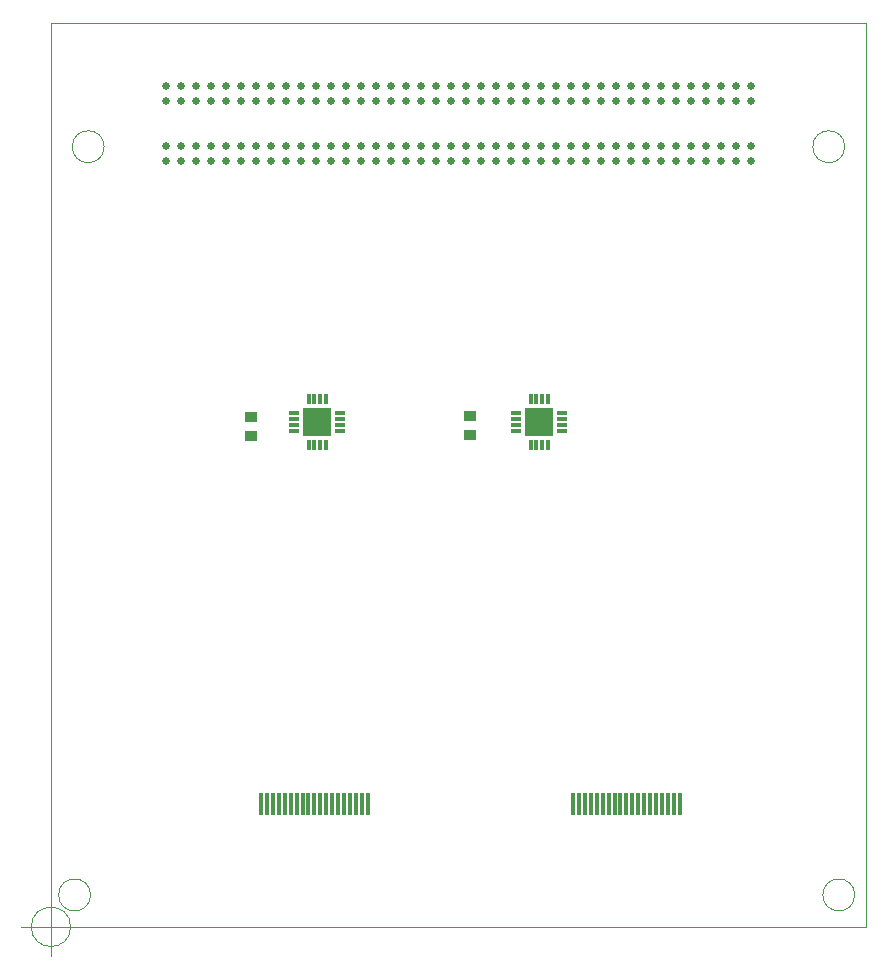
<source format=gbr>
G04 #@! TF.GenerationSoftware,KiCad,Pcbnew,(6.0.4-0)*
G04 #@! TF.CreationDate,2022-11-09T17:11:16+01:00*
G04 #@! TF.ProjectId,adapter_hybrid_assistor_hpc_2HDMI,61646170-7465-4725-9f68-79627269645f,rev?*
G04 #@! TF.SameCoordinates,Original*
G04 #@! TF.FileFunction,Paste,Top*
G04 #@! TF.FilePolarity,Positive*
%FSLAX46Y46*%
G04 Gerber Fmt 4.6, Leading zero omitted, Abs format (unit mm)*
G04 Created by KiCad (PCBNEW (6.0.4-0)) date 2022-11-09 17:11:16*
%MOMM*%
%LPD*%
G01*
G04 APERTURE LIST*
G04 #@! TA.AperFunction,Profile*
%ADD10C,0.100000*%
G04 #@! TD*
G04 #@! TA.AperFunction,Profile*
%ADD11C,0.050000*%
G04 #@! TD*
%ADD12R,1.000000X0.950000*%
%ADD13C,0.640000*%
%ADD14R,0.300000X1.900000*%
%ADD15R,0.300000X0.850000*%
%ADD16R,0.850000X0.300000*%
%ADD17R,2.400000X2.400000*%
G04 APERTURE END LIST*
D10*
X100000000Y-100000000D02*
X100000000Y-176500000D01*
X100000000Y-176500000D02*
X169000000Y-176500000D01*
X169000000Y-100000000D02*
X169000000Y-176500000D01*
X100000000Y-100000000D02*
X169000000Y-100000000D01*
D11*
X168050000Y-173800000D02*
G75*
G03*
X168050000Y-173800000I-1350000J0D01*
G01*
X103350000Y-173800000D02*
G75*
G03*
X103350000Y-173800000I-1350000J0D01*
G01*
X104500000Y-110450000D02*
G75*
G03*
X104500000Y-110450000I-1350000J0D01*
G01*
X167200000Y-110450000D02*
G75*
G03*
X167200000Y-110450000I-1350000J0D01*
G01*
X101666666Y-176500000D02*
G75*
G03*
X101666666Y-176500000I-1666666J0D01*
G01*
X97500000Y-176500000D02*
X102500000Y-176500000D01*
X100000000Y-174000000D02*
X100000000Y-179000000D01*
X101666666Y-176500000D02*
G75*
G03*
X101666666Y-176500000I-1666666J0D01*
G01*
X97500000Y-176500000D02*
X102500000Y-176500000D01*
X100000000Y-174000000D02*
X100000000Y-179000000D01*
X101666666Y-176500000D02*
G75*
G03*
X101666666Y-176500000I-1666666J0D01*
G01*
X97500000Y-176500000D02*
X102500000Y-176500000D01*
X100000000Y-174000000D02*
X100000000Y-179000000D01*
D12*
X116967000Y-134950000D03*
X116967000Y-133350000D03*
D13*
X159263000Y-105288000D03*
X157993000Y-105288000D03*
X156723000Y-105288000D03*
X155443000Y-105288000D03*
X154173000Y-105288000D03*
X152903000Y-105288000D03*
X151633000Y-105288000D03*
X150373000Y-105288000D03*
X149103000Y-105288000D03*
X147833000Y-105288000D03*
X146553000Y-105288000D03*
X145283000Y-105288000D03*
X144023000Y-105288000D03*
X142753000Y-105288000D03*
X141483000Y-105288000D03*
X140203000Y-105288000D03*
X138943000Y-105288000D03*
X137663000Y-105288000D03*
X136403000Y-105288000D03*
X135133000Y-105288000D03*
X133853000Y-105288000D03*
X132583000Y-105288000D03*
X131323000Y-105288000D03*
X130043000Y-105288000D03*
X128783000Y-105288000D03*
X127503000Y-105288000D03*
X126233000Y-105288000D03*
X124963000Y-105288000D03*
X123703000Y-105288000D03*
X122433000Y-105288000D03*
X121153000Y-105288000D03*
X119883000Y-105288000D03*
X118613000Y-105288000D03*
X117353000Y-105288000D03*
X116083000Y-105288000D03*
X114813000Y-105288000D03*
X113543000Y-105288000D03*
X112263000Y-105288000D03*
X110993000Y-105288000D03*
X109723000Y-105288000D03*
X159263000Y-106548000D03*
X157993000Y-106548000D03*
X156723000Y-106548000D03*
X155443000Y-106548000D03*
X154173000Y-106548000D03*
X152903000Y-106548000D03*
X151633000Y-106548000D03*
X150373000Y-106548000D03*
X149103000Y-106548000D03*
X147833000Y-106548000D03*
X146553000Y-106548000D03*
X145283000Y-106548000D03*
X144023000Y-106548000D03*
X142753000Y-106548000D03*
X141483000Y-106548000D03*
X140203000Y-106548000D03*
X138943000Y-106548000D03*
X137663000Y-106548000D03*
X136403000Y-106548000D03*
X135133000Y-106548000D03*
X133873000Y-106548000D03*
X132583000Y-106548000D03*
X131323000Y-106548000D03*
X130043000Y-106548000D03*
X128783000Y-106548000D03*
X127503000Y-106548000D03*
X126233000Y-106548000D03*
X124963000Y-106548000D03*
X123703000Y-106548000D03*
X122433000Y-106548000D03*
X121153000Y-106548000D03*
X119883000Y-106548000D03*
X118613000Y-106548000D03*
X117353000Y-106548000D03*
X116083000Y-106548000D03*
X114813000Y-106548000D03*
X113543000Y-106548000D03*
X112263000Y-106548000D03*
X110993000Y-106548000D03*
X109723000Y-106548000D03*
X159263000Y-110368000D03*
X157993000Y-110368000D03*
X156723000Y-110368000D03*
X155443000Y-110368000D03*
X154173000Y-110368000D03*
X152903000Y-110368000D03*
X151633000Y-110368000D03*
X150373000Y-110368000D03*
X149103000Y-110368000D03*
X147833000Y-110368000D03*
X146553000Y-110368000D03*
X145283000Y-110368000D03*
X144023000Y-110368000D03*
X142753000Y-110368000D03*
X141483000Y-110368000D03*
X140203000Y-110368000D03*
X138943000Y-110368000D03*
X137663000Y-110368000D03*
X136403000Y-110368000D03*
X135133000Y-110368000D03*
X133853000Y-110368000D03*
X132583000Y-110368000D03*
X131323000Y-110368000D03*
X130043000Y-110368000D03*
X128783000Y-110368000D03*
X127503000Y-110368000D03*
X126233000Y-110368000D03*
X124963000Y-110368000D03*
X123703000Y-110368000D03*
X122433000Y-110368000D03*
X121153000Y-110368000D03*
X119883000Y-110368000D03*
X118613000Y-110368000D03*
X117353000Y-110368000D03*
X116083000Y-110368000D03*
X114813000Y-110368000D03*
X113543000Y-110368000D03*
X112263000Y-110368000D03*
X110993000Y-110368000D03*
X109723000Y-110368000D03*
X159263000Y-111628000D03*
X157993000Y-111628000D03*
X156723000Y-111628000D03*
X155443000Y-111628000D03*
X154173000Y-111628000D03*
X152903000Y-111628000D03*
X151633000Y-111628000D03*
X150373000Y-111628000D03*
X149103000Y-111628000D03*
X147833000Y-111628000D03*
X146553000Y-111628000D03*
X145283000Y-111628000D03*
X144023000Y-111628000D03*
X142753000Y-111628000D03*
X141483000Y-111628000D03*
X140203000Y-111628000D03*
X138943000Y-111628000D03*
X137663000Y-111628000D03*
X136403000Y-111628000D03*
X135133000Y-111628000D03*
X133873000Y-111628000D03*
X132583000Y-111628000D03*
X131323000Y-111628000D03*
X130043000Y-111628000D03*
X128783000Y-111628000D03*
X127503000Y-111628000D03*
X126233000Y-111628000D03*
X124963000Y-111628000D03*
X123703000Y-111628000D03*
X122433000Y-111628000D03*
X121153000Y-111628000D03*
X119883000Y-111628000D03*
X118613000Y-111628000D03*
X117353000Y-111628000D03*
X116083000Y-111628000D03*
X114813000Y-111628000D03*
X113543000Y-111628000D03*
X112263000Y-111628000D03*
X110993000Y-111628000D03*
X109723000Y-111628000D03*
D14*
X153216000Y-166076000D03*
X152716000Y-166076000D03*
X152216000Y-166076000D03*
X151716000Y-166076000D03*
X151216000Y-166076000D03*
X150716000Y-166076000D03*
X150216000Y-166076000D03*
X149716000Y-166076000D03*
X149216000Y-166076000D03*
X148716000Y-166076000D03*
X148216000Y-166076000D03*
X147716000Y-166076000D03*
X147216000Y-166076000D03*
X146716000Y-166076000D03*
X146216000Y-166076000D03*
X145716000Y-166076000D03*
X145216000Y-166076000D03*
X144716000Y-166076000D03*
X144216000Y-166076000D03*
X126800000Y-166076000D03*
X126300000Y-166076000D03*
X125800000Y-166076000D03*
X125300000Y-166076000D03*
X124800000Y-166076000D03*
X124300000Y-166076000D03*
X123800000Y-166076000D03*
X123300000Y-166076000D03*
X122800000Y-166076000D03*
X122300000Y-166076000D03*
X121800000Y-166076000D03*
X121300000Y-166076000D03*
X120800000Y-166076000D03*
X120300000Y-166076000D03*
X119800000Y-166076000D03*
X119300000Y-166076000D03*
X118800000Y-166076000D03*
X118300000Y-166076000D03*
X117800000Y-166076000D03*
D15*
X123305000Y-131781000D03*
X122805000Y-131781000D03*
X122305000Y-131781000D03*
X121805000Y-131781000D03*
D16*
X120605000Y-132981000D03*
X120605000Y-133481000D03*
X120605000Y-133981000D03*
X120605000Y-134481000D03*
D15*
X121805000Y-135681000D03*
X122305000Y-135681000D03*
X122805000Y-135681000D03*
X123305000Y-135681000D03*
D16*
X124505000Y-134481000D03*
X124505000Y-133981000D03*
X124505000Y-133481000D03*
X124505000Y-132981000D03*
D17*
X122555000Y-133731000D03*
D15*
X142101000Y-131781000D03*
X141601000Y-131781000D03*
X141101000Y-131781000D03*
X140601000Y-131781000D03*
D16*
X139401000Y-132981000D03*
X139401000Y-133481000D03*
X139401000Y-133981000D03*
X139401000Y-134481000D03*
D15*
X140601000Y-135681000D03*
X141101000Y-135681000D03*
X141601000Y-135681000D03*
X142101000Y-135681000D03*
D16*
X143301000Y-134481000D03*
X143301000Y-133981000D03*
X143301000Y-133481000D03*
X143301000Y-132981000D03*
D17*
X141351000Y-133731000D03*
D12*
X135509000Y-134823000D03*
X135509000Y-133223000D03*
M02*

</source>
